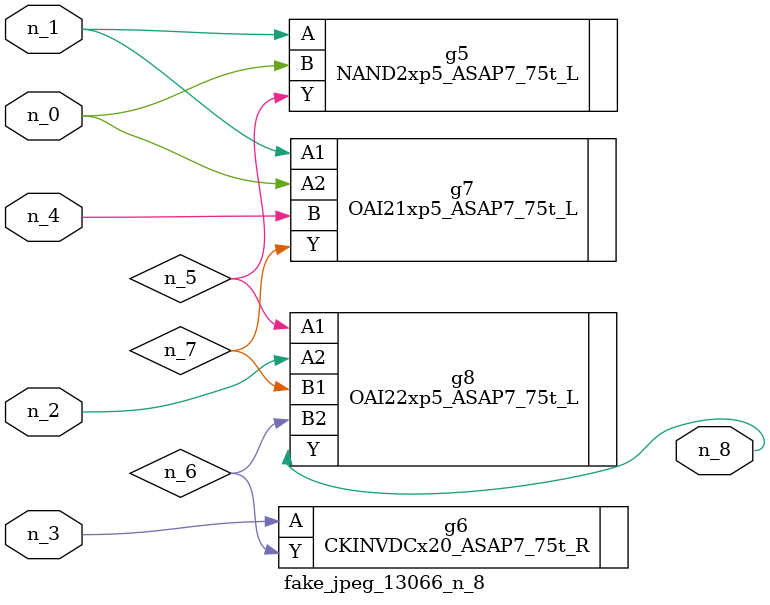
<source format=v>
module fake_jpeg_13066_n_8 (n_3, n_2, n_1, n_0, n_4, n_8);

input n_3;
input n_2;
input n_1;
input n_0;
input n_4;

output n_8;

wire n_6;
wire n_5;
wire n_7;

NAND2xp5_ASAP7_75t_L g5 ( 
.A(n_1),
.B(n_0),
.Y(n_5)
);

CKINVDCx20_ASAP7_75t_R g6 ( 
.A(n_3),
.Y(n_6)
);

OAI21xp5_ASAP7_75t_L g7 ( 
.A1(n_1),
.A2(n_0),
.B(n_4),
.Y(n_7)
);

OAI22xp5_ASAP7_75t_L g8 ( 
.A1(n_5),
.A2(n_2),
.B1(n_7),
.B2(n_6),
.Y(n_8)
);


endmodule
</source>
